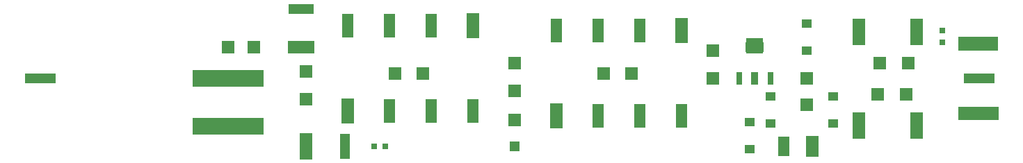
<source format=gtp>
*%FSLAX24Y24*%
*%MOIN*%
G01*
%ADD11C,0.0000*%
%ADD12C,0.0050*%
%ADD13C,0.0060*%
%ADD14C,0.0073*%
%ADD15C,0.0080*%
%ADD16C,0.0098*%
%ADD17C,0.0100*%
%ADD18C,0.0120*%
%ADD19C,0.0160*%
%ADD20C,0.0200*%
%ADD21C,0.0200*%
%ADD22C,0.0240*%
%ADD23C,0.0250*%
%ADD24C,0.0300*%
%ADD25C,0.0300*%
%ADD26C,0.0340*%
%ADD27C,0.0360*%
%ADD28C,0.0394*%
%ADD29C,0.0400*%
%ADD30C,0.0434*%
%ADD31C,0.0440*%
%ADD32C,0.0500*%
%ADD33C,0.0500*%
%ADD34C,0.0540*%
%ADD35C,0.0600*%
%ADD36C,0.0680*%
%ADD37C,0.0700*%
%ADD38C,0.0750*%
%ADD39C,0.0790*%
%ADD40C,0.0827*%
%ADD41C,0.1000*%
%ADD42C,0.1250*%
%ADD43C,0.1450*%
%ADD44C,0.2000*%
%ADD45C,0.2250*%
%ADD46R,0.0200X0.0200*%
%ADD47R,0.0200X0.0500*%
%ADD48R,0.0200X0.0650*%
%ADD49R,0.0200X0.1600*%
%ADD50R,0.0280X0.0600*%
%ADD51R,0.0300X0.0300*%
%ADD52R,0.0300X0.0300*%
%ADD53R,0.0320X0.0560*%
%ADD54R,0.0320X0.0640*%
%ADD55R,0.0340X0.0340*%
%ADD56R,0.0360X0.0600*%
%ADD57R,0.0400X0.0400*%
%ADD58R,0.0400X0.0640*%
%ADD59R,0.0500X0.0400*%
%ADD60R,0.0500X0.0500*%
%ADD61R,0.0500X0.0500*%
%ADD62R,0.0500X0.1200*%
%ADD63R,0.0540X0.0440*%
%ADD64R,0.0540X0.0960*%
%ADD65R,0.0540X0.1140*%
%ADD66R,0.0550X0.0650*%
%ADD67R,0.0591X0.1260*%
%ADD68R,0.0600X0.0600*%
%ADD69R,0.0600X0.0600*%
%ADD70R,0.0600X0.1000*%
%ADD71R,0.0600X0.1200*%
%ADD72R,0.0600X0.1250*%
%ADD73R,0.0631X0.1300*%
%ADD74R,0.0640X0.0640*%
%ADD75R,0.0640X0.1040*%
%ADD76R,0.0640X0.1240*%
%ADD77R,0.0640X0.1290*%
%ADD78R,0.0750X0.0400*%
%ADD79R,0.0800X0.0750*%
%ADD80R,0.0800X0.0800*%
%ADD81R,0.0800X0.1250*%
%ADD82R,0.0850X0.0500*%
%ADD83R,0.0890X0.0540*%
%ADD84R,0.0900X0.0900*%
%ADD85R,0.0940X0.0940*%
%ADD86R,0.1000X0.0500*%
%ADD87R,0.1000X0.1000*%
%ADD88R,0.1040X0.0540*%
%ADD89R,0.1200X0.0500*%
%ADD90R,0.1250X0.0600*%
%ADD91R,0.1290X0.0640*%
%ADD92R,0.1400X0.1400*%
%ADD93R,0.1500X0.0500*%
%ADD94R,0.1500X0.1500*%
%ADD95R,0.1500X0.1500*%
%ADD96R,0.1540X0.0540*%
%ADD97R,0.1540X0.1540*%
%ADD98R,0.1700X0.1700*%
%ADD99R,0.1750X0.1750*%
%ADD100R,0.1790X0.1790*%
%ADD101R,0.1900X0.1900*%
%ADD102R,0.2400X0.1600*%
%ADD103R,0.2500X0.2500*%
%ADD104R,0.2500X0.2500*%
D50*
X62770Y29690D02*
D03*
X61270D02*
D03*
D51*
X71020Y31990D02*
D03*
Y31440D02*
D03*
X44320Y26440D02*
D03*
X43770D02*
D03*
D53*
X62020Y29690D02*
D03*
D56*
D03*
D59*
X64520Y31040D02*
D03*
Y32340D02*
D03*
X61770Y27590D02*
D03*
Y26290D02*
D03*
X65770Y28840D02*
D03*
Y27540D02*
D03*
X62770D02*
D03*
Y28840D02*
D03*
D60*
X68020Y30440D02*
D03*
X69370D02*
D03*
X64520Y28440D02*
D03*
Y29690D02*
D03*
X56120Y29940D02*
D03*
X54770D02*
D03*
X50520Y26440D02*
D03*
Y27690D02*
D03*
X38020Y31190D02*
D03*
X36770D02*
D03*
D62*
X42370Y26440D02*
D03*
X40520D02*
D03*
D64*
X63420D02*
D03*
X64770D02*
D03*
D65*
X52520Y27890D02*
D03*
X54520D02*
D03*
X58520D02*
D03*
X56520D02*
D03*
X58520Y31990D02*
D03*
X56520D02*
D03*
X54520D02*
D03*
X52520D02*
D03*
X42520Y32240D02*
D03*
X44520D02*
D03*
X46520D02*
D03*
X48520D02*
D03*
X46520Y28140D02*
D03*
X48520D02*
D03*
X44520D02*
D03*
X42520D02*
D03*
D67*
X67020Y31940D02*
D03*
X69770D02*
D03*
X67020Y27440D02*
D03*
X69770D02*
D03*
D68*
X67920Y28940D02*
D03*
X69270D02*
D03*
D03*
X67920D02*
D03*
X68020Y30440D02*
D03*
X69370D02*
D03*
X64520Y29690D02*
D03*
Y28440D02*
D03*
X60020Y31040D02*
D03*
Y29690D02*
D03*
X56120Y29940D02*
D03*
X54770D02*
D03*
X50520Y27690D02*
D03*
Y29090D02*
D03*
Y30440D02*
D03*
X46120Y29940D02*
D03*
X44770D02*
D03*
X40520Y28690D02*
D03*
Y30040D02*
D03*
X36770Y31190D02*
D03*
X38020D02*
D03*
D69*
X72070Y31340D02*
X73370D01*
Y31390D01*
X72070D01*
Y31340D01*
Y27990D02*
X73420D01*
Y28040D01*
X72070D01*
Y27990D01*
D70*
X64770Y26440D02*
D03*
D71*
X69770Y31940D02*
D03*
X67020D02*
D03*
X69770Y27440D02*
D03*
X67020D02*
D03*
X58520Y31990D02*
D03*
X52520Y27890D02*
D03*
X42520Y28140D02*
D03*
X48520Y32240D02*
D03*
D72*
X40520Y26440D02*
D03*
D79*
X62020Y31265D02*
D03*
D80*
X38070Y27390D02*
X35470D01*
Y29690D02*
X38070D01*
D82*
X62020Y31190D02*
D03*
D89*
X40270Y33040D02*
D03*
Y31190D02*
D03*
D90*
D03*
D93*
X27770Y29690D02*
D03*
X72770D02*
D03*
M02*

</source>
